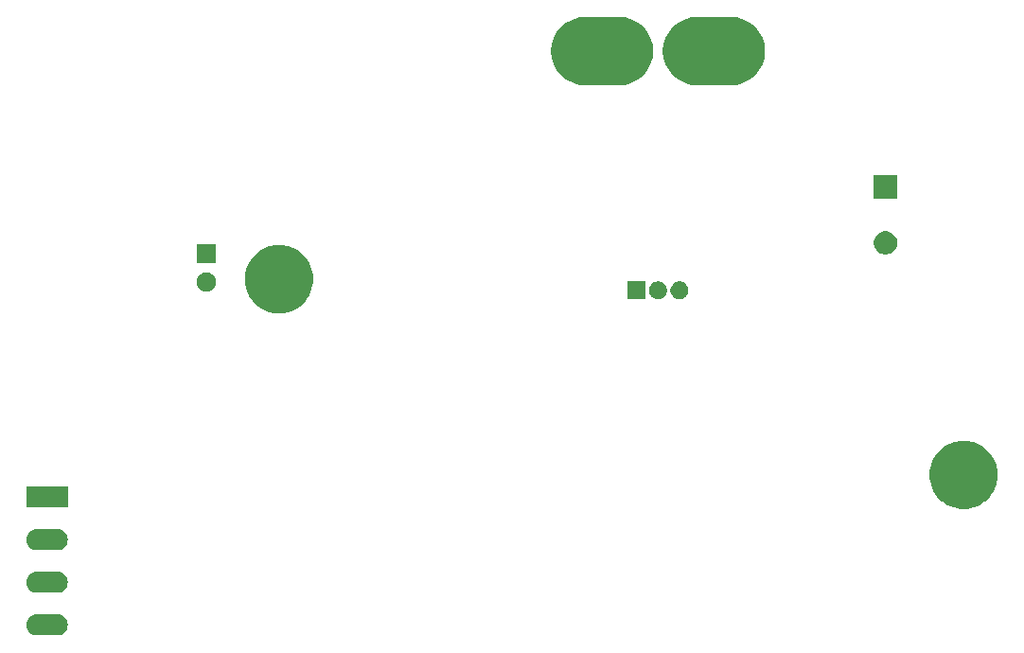
<source format=gbr>
%TF.GenerationSoftware,KiCad,Pcbnew,(5.1.4)-1*%
%TF.CreationDate,2021-05-17T23:16:04+08:00*%
%TF.ProjectId,power,706f7765-722e-46b6-9963-61645f706362,rev?*%
%TF.SameCoordinates,Original*%
%TF.FileFunction,Soldermask,Bot*%
%TF.FilePolarity,Negative*%
%FSLAX46Y46*%
G04 Gerber Fmt 4.6, Leading zero omitted, Abs format (unit mm)*
G04 Created by KiCad (PCBNEW (5.1.4)-1) date 2021-05-17 23:16:04*
%MOMM*%
%LPD*%
G04 APERTURE LIST*
%ADD10C,0.350000*%
G04 APERTURE END LIST*
D10*
G36*
X29336425Y-75992760D02*
G01*
X29336428Y-75992761D01*
X29336429Y-75992761D01*
X29515693Y-76047140D01*
X29515696Y-76047142D01*
X29515697Y-76047142D01*
X29680903Y-76135446D01*
X29825712Y-76254288D01*
X29944554Y-76399097D01*
X30032858Y-76564303D01*
X30032860Y-76564307D01*
X30087239Y-76743571D01*
X30087240Y-76743575D01*
X30105601Y-76930000D01*
X30087240Y-77116425D01*
X30087239Y-77116428D01*
X30087239Y-77116429D01*
X30032860Y-77295693D01*
X30032858Y-77295696D01*
X30032858Y-77295697D01*
X29944554Y-77460903D01*
X29825712Y-77605712D01*
X29680903Y-77724554D01*
X29515697Y-77812858D01*
X29515693Y-77812860D01*
X29336429Y-77867239D01*
X29336428Y-77867239D01*
X29336425Y-77867240D01*
X29196718Y-77881000D01*
X27303282Y-77881000D01*
X27163575Y-77867240D01*
X27163572Y-77867239D01*
X27163571Y-77867239D01*
X26984307Y-77812860D01*
X26984303Y-77812858D01*
X26819097Y-77724554D01*
X26674288Y-77605712D01*
X26555446Y-77460903D01*
X26467142Y-77295697D01*
X26467142Y-77295696D01*
X26467140Y-77295693D01*
X26412761Y-77116429D01*
X26412761Y-77116428D01*
X26412760Y-77116425D01*
X26394399Y-76930000D01*
X26412760Y-76743575D01*
X26412761Y-76743571D01*
X26467140Y-76564307D01*
X26467142Y-76564303D01*
X26555446Y-76399097D01*
X26674288Y-76254288D01*
X26819097Y-76135446D01*
X26984303Y-76047142D01*
X26984304Y-76047142D01*
X26984307Y-76047140D01*
X27163571Y-75992761D01*
X27163572Y-75992761D01*
X27163575Y-75992760D01*
X27303282Y-75979000D01*
X29196718Y-75979000D01*
X29336425Y-75992760D01*
X29336425Y-75992760D01*
G37*
G36*
X29336425Y-72182760D02*
G01*
X29336428Y-72182761D01*
X29336429Y-72182761D01*
X29515693Y-72237140D01*
X29515696Y-72237142D01*
X29515697Y-72237142D01*
X29680903Y-72325446D01*
X29825712Y-72444288D01*
X29944554Y-72589097D01*
X30032858Y-72754303D01*
X30032860Y-72754307D01*
X30087239Y-72933571D01*
X30087240Y-72933575D01*
X30105601Y-73120000D01*
X30087240Y-73306425D01*
X30087239Y-73306428D01*
X30087239Y-73306429D01*
X30032860Y-73485693D01*
X30032858Y-73485696D01*
X30032858Y-73485697D01*
X29944554Y-73650903D01*
X29825712Y-73795712D01*
X29680903Y-73914554D01*
X29515697Y-74002858D01*
X29515693Y-74002860D01*
X29336429Y-74057239D01*
X29336428Y-74057239D01*
X29336425Y-74057240D01*
X29196718Y-74071000D01*
X27303282Y-74071000D01*
X27163575Y-74057240D01*
X27163572Y-74057239D01*
X27163571Y-74057239D01*
X26984307Y-74002860D01*
X26984303Y-74002858D01*
X26819097Y-73914554D01*
X26674288Y-73795712D01*
X26555446Y-73650903D01*
X26467142Y-73485697D01*
X26467142Y-73485696D01*
X26467140Y-73485693D01*
X26412761Y-73306429D01*
X26412761Y-73306428D01*
X26412760Y-73306425D01*
X26394399Y-73120000D01*
X26412760Y-72933575D01*
X26412761Y-72933571D01*
X26467140Y-72754307D01*
X26467142Y-72754303D01*
X26555446Y-72589097D01*
X26674288Y-72444288D01*
X26819097Y-72325446D01*
X26984303Y-72237142D01*
X26984304Y-72237142D01*
X26984307Y-72237140D01*
X27163571Y-72182761D01*
X27163572Y-72182761D01*
X27163575Y-72182760D01*
X27303282Y-72169000D01*
X29196718Y-72169000D01*
X29336425Y-72182760D01*
X29336425Y-72182760D01*
G37*
G36*
X29336425Y-68372760D02*
G01*
X29336428Y-68372761D01*
X29336429Y-68372761D01*
X29515693Y-68427140D01*
X29515696Y-68427142D01*
X29515697Y-68427142D01*
X29680903Y-68515446D01*
X29825712Y-68634288D01*
X29944554Y-68779097D01*
X30032858Y-68944303D01*
X30032860Y-68944307D01*
X30087239Y-69123571D01*
X30087240Y-69123575D01*
X30105601Y-69310000D01*
X30087240Y-69496425D01*
X30087239Y-69496428D01*
X30087239Y-69496429D01*
X30032860Y-69675693D01*
X30032858Y-69675696D01*
X30032858Y-69675697D01*
X29944554Y-69840903D01*
X29825712Y-69985712D01*
X29680903Y-70104554D01*
X29515697Y-70192858D01*
X29515693Y-70192860D01*
X29336429Y-70247239D01*
X29336428Y-70247239D01*
X29336425Y-70247240D01*
X29196718Y-70261000D01*
X27303282Y-70261000D01*
X27163575Y-70247240D01*
X27163572Y-70247239D01*
X27163571Y-70247239D01*
X26984307Y-70192860D01*
X26984303Y-70192858D01*
X26819097Y-70104554D01*
X26674288Y-69985712D01*
X26555446Y-69840903D01*
X26467142Y-69675697D01*
X26467142Y-69675696D01*
X26467140Y-69675693D01*
X26412761Y-69496429D01*
X26412761Y-69496428D01*
X26412760Y-69496425D01*
X26394399Y-69310000D01*
X26412760Y-69123575D01*
X26412761Y-69123571D01*
X26467140Y-68944307D01*
X26467142Y-68944303D01*
X26555446Y-68779097D01*
X26674288Y-68634288D01*
X26819097Y-68515446D01*
X26984303Y-68427142D01*
X26984304Y-68427142D01*
X26984307Y-68427140D01*
X27163571Y-68372761D01*
X27163572Y-68372761D01*
X27163575Y-68372760D01*
X27303282Y-68359000D01*
X29196718Y-68359000D01*
X29336425Y-68372760D01*
X29336425Y-68372760D01*
G37*
G36*
X111139943Y-60566248D02*
G01*
X111695189Y-60796238D01*
X111867497Y-60911371D01*
X112194899Y-61130134D01*
X112619866Y-61555101D01*
X112619867Y-61555103D01*
X112953762Y-62054811D01*
X113183752Y-62610057D01*
X113301000Y-63199501D01*
X113301000Y-63800499D01*
X113183752Y-64389943D01*
X112953762Y-64945189D01*
X112891872Y-65037814D01*
X112619866Y-65444899D01*
X112194899Y-65869866D01*
X112120736Y-65919420D01*
X111695189Y-66203762D01*
X111139943Y-66433752D01*
X110550499Y-66551000D01*
X109949501Y-66551000D01*
X109360057Y-66433752D01*
X108804811Y-66203762D01*
X108379264Y-65919420D01*
X108305101Y-65869866D01*
X107880134Y-65444899D01*
X107608128Y-65037814D01*
X107546238Y-64945189D01*
X107316248Y-64389943D01*
X107199000Y-63800499D01*
X107199000Y-63199501D01*
X107316248Y-62610057D01*
X107546238Y-62054811D01*
X107880133Y-61555103D01*
X107880134Y-61555101D01*
X108305101Y-61130134D01*
X108632503Y-60911371D01*
X108804811Y-60796238D01*
X109360057Y-60566248D01*
X109949501Y-60449000D01*
X110550499Y-60449000D01*
X111139943Y-60566248D01*
X111139943Y-60566248D01*
G37*
G36*
X30101000Y-66451000D02*
G01*
X26399000Y-66451000D01*
X26399000Y-64549000D01*
X30101000Y-64549000D01*
X30101000Y-66451000D01*
X30101000Y-66451000D01*
G37*
G36*
X49889943Y-43066248D02*
G01*
X50445189Y-43296238D01*
X50617497Y-43411371D01*
X50944899Y-43630134D01*
X51369866Y-44055101D01*
X51369867Y-44055103D01*
X51703762Y-44554811D01*
X51933752Y-45110057D01*
X52051000Y-45699501D01*
X52051000Y-46300499D01*
X51933752Y-46889943D01*
X51703762Y-47445189D01*
X51660051Y-47510607D01*
X51369866Y-47944899D01*
X50944899Y-48369866D01*
X50870736Y-48419420D01*
X50445189Y-48703762D01*
X49889943Y-48933752D01*
X49300499Y-49051000D01*
X48699501Y-49051000D01*
X48110057Y-48933752D01*
X47554811Y-48703762D01*
X47129264Y-48419420D01*
X47055101Y-48369866D01*
X46630134Y-47944899D01*
X46339949Y-47510607D01*
X46296238Y-47445189D01*
X46066248Y-46889943D01*
X45949000Y-46300499D01*
X45949000Y-45699501D01*
X46066248Y-45110057D01*
X46296238Y-44554811D01*
X46630133Y-44055103D01*
X46630134Y-44055101D01*
X47055101Y-43630134D01*
X47382503Y-43411371D01*
X47554811Y-43296238D01*
X48110057Y-43066248D01*
X48699501Y-42949000D01*
X49300499Y-42949000D01*
X49889943Y-43066248D01*
X49889943Y-43066248D01*
G37*
G36*
X85053642Y-46229781D02*
G01*
X85199414Y-46290162D01*
X85199416Y-46290163D01*
X85330608Y-46377822D01*
X85442178Y-46489392D01*
X85529837Y-46620584D01*
X85529838Y-46620586D01*
X85590219Y-46766358D01*
X85621000Y-46921107D01*
X85621000Y-47078893D01*
X85590219Y-47233642D01*
X85554841Y-47319052D01*
X85529837Y-47379416D01*
X85442178Y-47510608D01*
X85330608Y-47622178D01*
X85199416Y-47709837D01*
X85199415Y-47709838D01*
X85199414Y-47709838D01*
X85053642Y-47770219D01*
X84898893Y-47801000D01*
X84741107Y-47801000D01*
X84586358Y-47770219D01*
X84440586Y-47709838D01*
X84440585Y-47709838D01*
X84440584Y-47709837D01*
X84309392Y-47622178D01*
X84197822Y-47510608D01*
X84110163Y-47379416D01*
X84085159Y-47319052D01*
X84049781Y-47233642D01*
X84019000Y-47078893D01*
X84019000Y-46921107D01*
X84049781Y-46766358D01*
X84110162Y-46620586D01*
X84110163Y-46620584D01*
X84197822Y-46489392D01*
X84309392Y-46377822D01*
X84440584Y-46290163D01*
X84440586Y-46290162D01*
X84586358Y-46229781D01*
X84741107Y-46199000D01*
X84898893Y-46199000D01*
X85053642Y-46229781D01*
X85053642Y-46229781D01*
G37*
G36*
X83143642Y-46229781D02*
G01*
X83289414Y-46290162D01*
X83289416Y-46290163D01*
X83420608Y-46377822D01*
X83532178Y-46489392D01*
X83619837Y-46620584D01*
X83619838Y-46620586D01*
X83680219Y-46766358D01*
X83711000Y-46921107D01*
X83711000Y-47078893D01*
X83680219Y-47233642D01*
X83644841Y-47319052D01*
X83619837Y-47379416D01*
X83532178Y-47510608D01*
X83420608Y-47622178D01*
X83289416Y-47709837D01*
X83289415Y-47709838D01*
X83289414Y-47709838D01*
X83143642Y-47770219D01*
X82988893Y-47801000D01*
X82831107Y-47801000D01*
X82676358Y-47770219D01*
X82530586Y-47709838D01*
X82530585Y-47709838D01*
X82530584Y-47709837D01*
X82399392Y-47622178D01*
X82287822Y-47510608D01*
X82200163Y-47379416D01*
X82175159Y-47319052D01*
X82139781Y-47233642D01*
X82109000Y-47078893D01*
X82109000Y-46921107D01*
X82139781Y-46766358D01*
X82200162Y-46620586D01*
X82200163Y-46620584D01*
X82287822Y-46489392D01*
X82399392Y-46377822D01*
X82530584Y-46290163D01*
X82530586Y-46290162D01*
X82676358Y-46229781D01*
X82831107Y-46199000D01*
X82988893Y-46199000D01*
X83143642Y-46229781D01*
X83143642Y-46229781D01*
G37*
G36*
X81801000Y-47801000D02*
G01*
X80199000Y-47801000D01*
X80199000Y-46199000D01*
X81801000Y-46199000D01*
X81801000Y-47801000D01*
X81801000Y-47801000D01*
G37*
G36*
X42748228Y-45431703D02*
G01*
X42903100Y-45495853D01*
X43042481Y-45588985D01*
X43161015Y-45707519D01*
X43254147Y-45846900D01*
X43318297Y-46001772D01*
X43351000Y-46166184D01*
X43351000Y-46333816D01*
X43318297Y-46498228D01*
X43254147Y-46653100D01*
X43161015Y-46792481D01*
X43042481Y-46911015D01*
X42903100Y-47004147D01*
X42748228Y-47068297D01*
X42583816Y-47101000D01*
X42416184Y-47101000D01*
X42251772Y-47068297D01*
X42096900Y-47004147D01*
X41957519Y-46911015D01*
X41838985Y-46792481D01*
X41745853Y-46653100D01*
X41681703Y-46498228D01*
X41649000Y-46333816D01*
X41649000Y-46166184D01*
X41681703Y-46001772D01*
X41745853Y-45846900D01*
X41838985Y-45707519D01*
X41957519Y-45588985D01*
X42096900Y-45495853D01*
X42251772Y-45431703D01*
X42416184Y-45399000D01*
X42583816Y-45399000D01*
X42748228Y-45431703D01*
X42748228Y-45431703D01*
G37*
G36*
X43351000Y-44601000D02*
G01*
X41649000Y-44601000D01*
X41649000Y-42899000D01*
X43351000Y-42899000D01*
X43351000Y-44601000D01*
X43351000Y-44601000D01*
G37*
G36*
X103556564Y-41739389D02*
G01*
X103747833Y-41818615D01*
X103747835Y-41818616D01*
X103919973Y-41933635D01*
X104066365Y-42080027D01*
X104181385Y-42252167D01*
X104260611Y-42443436D01*
X104301000Y-42646484D01*
X104301000Y-42853516D01*
X104260611Y-43056564D01*
X104204788Y-43191332D01*
X104181384Y-43247835D01*
X104066365Y-43419973D01*
X103919973Y-43566365D01*
X103747835Y-43681384D01*
X103747834Y-43681385D01*
X103747833Y-43681385D01*
X103556564Y-43760611D01*
X103353516Y-43801000D01*
X103146484Y-43801000D01*
X102943436Y-43760611D01*
X102752167Y-43681385D01*
X102752166Y-43681385D01*
X102752165Y-43681384D01*
X102580027Y-43566365D01*
X102433635Y-43419973D01*
X102318616Y-43247835D01*
X102295212Y-43191332D01*
X102239389Y-43056564D01*
X102199000Y-42853516D01*
X102199000Y-42646484D01*
X102239389Y-42443436D01*
X102318615Y-42252167D01*
X102433635Y-42080027D01*
X102580027Y-41933635D01*
X102752165Y-41818616D01*
X102752167Y-41818615D01*
X102943436Y-41739389D01*
X103146484Y-41699000D01*
X103353516Y-41699000D01*
X103556564Y-41739389D01*
X103556564Y-41739389D01*
G37*
G36*
X104301000Y-38801000D02*
G01*
X102199000Y-38801000D01*
X102199000Y-36699000D01*
X104301000Y-36699000D01*
X104301000Y-38801000D01*
X104301000Y-38801000D01*
G37*
G36*
X90008099Y-22593145D02*
G01*
X90583219Y-22767606D01*
X91113245Y-23050911D01*
X91577822Y-23432178D01*
X91959089Y-23896755D01*
X92242394Y-24426781D01*
X92416855Y-25001901D01*
X92475762Y-25600000D01*
X92416855Y-26198099D01*
X92242394Y-26773219D01*
X91959089Y-27303245D01*
X91577822Y-27767822D01*
X91113245Y-28149089D01*
X90583219Y-28432394D01*
X90008099Y-28606855D01*
X89559884Y-28651000D01*
X86260116Y-28651000D01*
X85811901Y-28606855D01*
X85236781Y-28432394D01*
X84706755Y-28149089D01*
X84242178Y-27767822D01*
X83860911Y-27303245D01*
X83577606Y-26773219D01*
X83403145Y-26198099D01*
X83344238Y-25600000D01*
X83403145Y-25001901D01*
X83577606Y-24426781D01*
X83860911Y-23896755D01*
X84242178Y-23432178D01*
X84706755Y-23050911D01*
X85236781Y-22767606D01*
X85811901Y-22593145D01*
X86260116Y-22549000D01*
X89559884Y-22549000D01*
X90008099Y-22593145D01*
X90008099Y-22593145D01*
G37*
G36*
X80008099Y-22593145D02*
G01*
X80583219Y-22767606D01*
X81113245Y-23050911D01*
X81577822Y-23432178D01*
X81959089Y-23896755D01*
X82242394Y-24426781D01*
X82416855Y-25001901D01*
X82475762Y-25600000D01*
X82416855Y-26198099D01*
X82242394Y-26773219D01*
X81959089Y-27303245D01*
X81577822Y-27767822D01*
X81113245Y-28149089D01*
X80583219Y-28432394D01*
X80008099Y-28606855D01*
X79559884Y-28651000D01*
X76260116Y-28651000D01*
X75811901Y-28606855D01*
X75236781Y-28432394D01*
X74706755Y-28149089D01*
X74242178Y-27767822D01*
X73860911Y-27303245D01*
X73577606Y-26773219D01*
X73403145Y-26198099D01*
X73344238Y-25600000D01*
X73403145Y-25001901D01*
X73577606Y-24426781D01*
X73860911Y-23896755D01*
X74242178Y-23432178D01*
X74706755Y-23050911D01*
X75236781Y-22767606D01*
X75811901Y-22593145D01*
X76260116Y-22549000D01*
X79559884Y-22549000D01*
X80008099Y-22593145D01*
X80008099Y-22593145D01*
G37*
M02*

</source>
